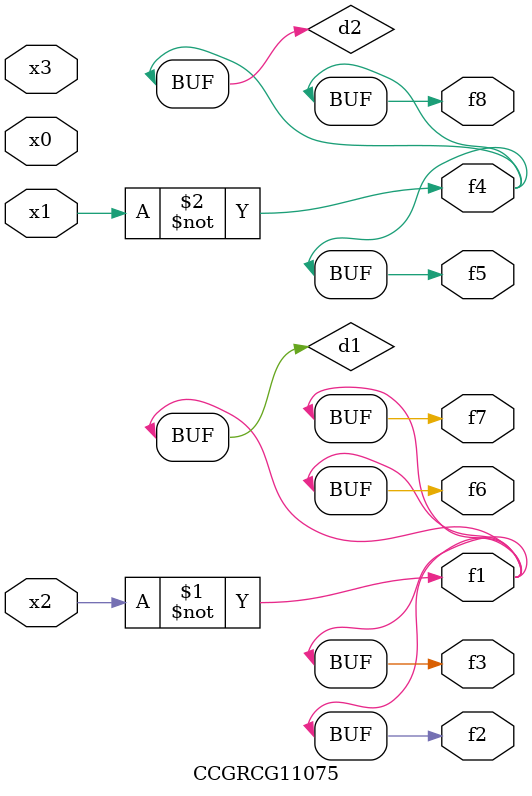
<source format=v>
module CCGRCG11075(
	input x0, x1, x2, x3,
	output f1, f2, f3, f4, f5, f6, f7, f8
);

	wire d1, d2;

	xnor (d1, x2);
	not (d2, x1);
	assign f1 = d1;
	assign f2 = d1;
	assign f3 = d1;
	assign f4 = d2;
	assign f5 = d2;
	assign f6 = d1;
	assign f7 = d1;
	assign f8 = d2;
endmodule

</source>
